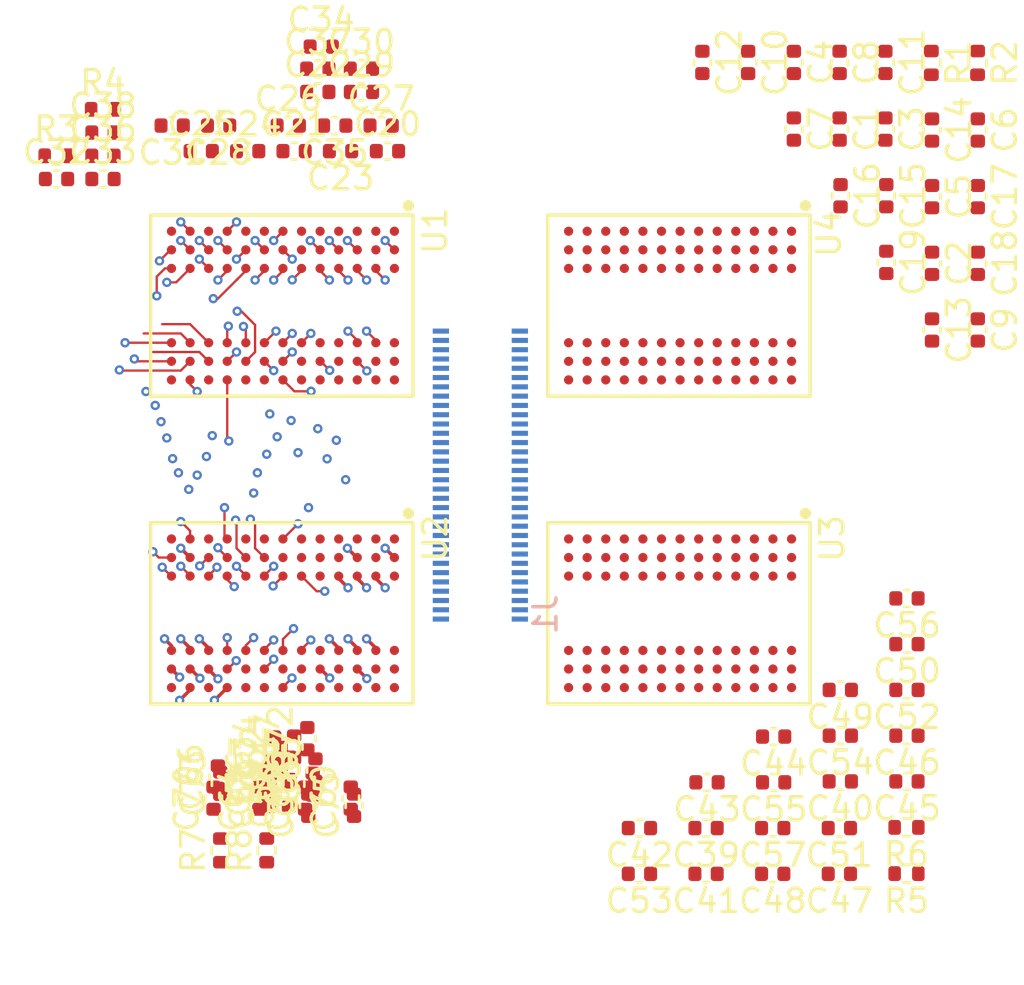
<source format=kicad_pcb>
(kicad_pcb (version 20211014) (generator pcbnew)
  (layers (0 "F.Cu" signal) (1 "In1.Cu" signal) (2 "In2.Cu" signal) (3 "In3.Cu" signal) (4 "In4.Cu" signal) (31 "B.Cu" signal) (34 "B.Paste" user) (35 "F.Paste" user) (36 "B.SilkS" user "B.Silkscreen") (37 "F.SilkS" user "F.Silkscreen") (38 "B.Mask" user) (39 "F.Mask" user) (44 "Edge.Cuts" user))
  (net 0 "")
  (net 1 "+1V35")
  (net 2 "GND")
  (net 3 "Net-(C1-Pad2)")
  (net 4 "Net-(C32-Pad2)")
  (net 78 "Net-(C51-Pad2)")
  (net 79 "Net-(C70-Pad2)")
  (net 80 "/~{RESET}")
  (net 81 "/ZQ")
  (net 82 "/~{WE}")
  (net 83 "/LDQS")
  (net 84 "/~{LDQS}")
  (net 85 "/~{CK}")
  (net 86 "/~{CAS}")
  (net 87 "/ODT_0")
  (net 88 "/CK")
  (net 89 "/~{RAS}")
  (net 90 "/~{DQS}")
  (net 91 "/DQS")
  (net 92 "/TDQS")
  (net 93 "/~{TDQS}")
  (net 104 "/ADR0")
  (net 105 "/ADR8")
  (net 106 "/ADR14")
  (net 107 "/ADR13")
  (net 108 "/ADR6")
  (net 109 "/ADR11")
  (net 110 "/ADR9")
  (net 111 "/ADR7")
  (net 112 "/ADR4")
  (net 113 "/ADR1")
  (net 114 "/ADR2")
  (net 115 "/ADR5")
  (net 116 "/ADR12")
  (net 117 "/ADR3")
  (net 118 "/ADR15")
  (net 119 "/ADR10")
  (net 120 "/BA1")
  (net 121 "/BA2")
  (net 122 "/BA0")
  (net 123 "/DQ5")
  (net 124 "/DQ7")
  (net 125 "/DQ4")
  (net 126 "/DQ6")
  (net 127 "/DQ3")
  (net 128 "/DQ1")
  (net 129 "/DQ2")
  (net 130 "/DQ0")
  (net 131 "/DQ8")
  (net 132 "/DQ10")
  (net 133 "/DQ9")
  (net 134 "/DQ11")
  (net 135 "/DQ14")
  (net 136 "/DQ12")
  (net 137 "/DQ15")
  (net 138 "/DQ13")
  (net 139 "/ddr3_c/DQ8")
  (net 140 "/ddr3_c/DQ10")
  (net 141 "/ddr3_c/DQ9")
  (net 142 "/ddr3_c/DQ11")
  (net 143 "/ddr3_c/DQ14")
  (net 144 "/ddr3_c/DQ12")
  (net 145 "/ddr3_c/DQ15")
  (net 146 "/ddr3_c/DQ13")
  (net 147 "/CKE_0")
  (net 148 "/~{CS_0}")
  (net 149 "/ddr3_b/DQ0")
  (net 150 "/ddr3_b/DQ2")
  (net 151 "/UDQS")
  (net 152 "/ddr3_b/DQ1")
  (net 153 "/ddr3_b/DQ3")
  (net 154 "/ddr3_b/DQ6")
  (net 155 "/~{UDQS}")
  (net 156 "/ddr3_b/DQ4")
  (net 157 "/ddr3_b/DQ7")
  (net 158 "/ddr3_b/DQ5")
  (net 159 "/ODT_1")
  (net 160 "/CKE_1")
  (net 161 "/~{CS_1}")
  (footprint "Capacitor_SMD:C_0402_1005Metric" (layer "F.Cu") (at 142.37 123.72 180)
    (fp_text reference "C46")
    (fp_text value "100nF")
  )
  (footprint "Capacitor_SMD:C_0402_1005Metric" (layer "F.Cu") (at 133.76 125.73 180)
    (fp_text reference "C43")
    (fp_text value "100nF")
  )
  (footprint "Capacitor_SMD:C_0402_1005Metric" (layer "F.Cu") (at 115.79 125.12 90)
    (fp_text reference "C71")
    (fp_text value "100nF")
  )
  (footprint "Capacitor_SMD:C_0402_1005Metric" (layer "F.Cu") (at 142.37 121.75 180)
    (fp_text reference "C52")
    (fp_text value "100nF")
  )
  (footprint "Capacitor_SMD:C_0402_1005Metric" (layer "F.Cu") (at 143.45 106.25 -90)
    (fp_text reference "C13")
    (fp_text value "100nF")
  )
  (footprint "Capacitor_SMD:C_0402_1005Metric" (layer "F.Cu") (at 133.56 94.73 -90)
    (fp_text reference "C12")
    (fp_text value "100nF")
  )
  (footprint "Capacitor_SMD:C_0402_1005Metric" (layer "F.Cu") (at 116.78 125.81 90)
    (fp_text reference "C68")
    (fp_text value "100nF")
  )
  (footprint "Capacitor_SMD:C_0402_1005Metric" (layer "F.Cu") (at 139.46 129.67 180)
    (fp_text reference "C47")
    (fp_text value "100nF")
  )
  (footprint "Capacitor_SMD:C_0402_1005Metric" (layer "F.Cu") (at 114.48 126.41 90)
    (fp_text reference "C64")
    (fp_text value "100nF")
  )
  (footprint "Capacitor_SMD:C_0402_1005Metric" (layer "F.Cu") (at 107.75 97.75)
    (fp_text reference "C38")
    (fp_text value "100nF")
  )
  (footprint "Capacitor_SMD:C_0402_1005Metric" (layer "F.Cu") (at 116.59 126.72 90)
    (fp_text reference "C59")
    (fp_text value "100nF")
  )
  (footprint "Capacitor_SMD:C_0402_1005Metric" (layer "F.Cu") (at 136.63 123.76 180)
    (fp_text reference "C44")
    (fp_text value "100nF")
  )
  (footprint "Capacitor_SMD:C_0402_1005Metric" (layer "F.Cu") (at 142.37 119.78 180)
    (fp_text reference "C50")
    (fp_text value "100nF")
  )
  (footprint "Capacitor_SMD:C_0402_1005Metric" (layer "F.Cu") (at 136.63 125.73 180)
    (fp_text reference "C55")
    (fp_text value "100nF")
  )
  (footprint "Capacitor_SMD:C_0402_1005Metric" (layer "F.Cu") (at 133.72 129.67 180)
    (fp_text reference "C41")
    (fp_text value "100nF")
  )
  (footprint "Capacitor_SMD:C_0402_1005Metric" (layer "F.Cu") (at 143.45 103.38 -90)
    (fp_text reference "C2")
    (fp_text value "100nF")
  )
  (footprint "Capacitor_SMD:C_0402_1005Metric" (layer "F.Cu") (at 139.51 100.47 -90)
    (fp_text reference "C16")
    (fp_text value "100nF")
  )
  (footprint "Capacitor_SMD:C_0402_1005Metric" (layer "F.Cu") (at 137.5 94.73 -90)
    (fp_text reference "C4")
    (fp_text value "100nF")
  )
  (footprint "Capacitor_SMD:C_0402_1005Metric" (layer "F.Cu") (at 130.85 127.7 180)
    (fp_text reference "C42")
    (fp_text value "100nF")
  )
  (footprint "Capacitor_SMD:C_0402_1005Metric" (layer "F.Cu") (at 142.37 117.81 180)
    (fp_text reference "C56")
    (fp_text value "100nF")
  )
  (footprint "Capacitor_SMD:C_0402_1005Metric" (layer "F.Cu") (at 114.77 125.77 90)
    (fp_text reference "C76")
    (fp_text value "100nF")
  )
  (footprint "Capacitor_SMD:C_0402_1005Metric" (layer "F.Cu") (at 115.98 98.55)
    (fp_text reference "C21")
    (fp_text value "100nF")
  )
  (footprint "Capacitor_SMD:C_0402_1005Metric" (layer "F.Cu") (at 117 96)
    (fp_text reference "C22")
    (fp_text value "100nF")
  )
  (footprint "Capacitor_SMD:C_0402_1005Metric" (layer "F.Cu") (at 118.42 126.41 90)
    (fp_text reference "C60")
    (fp_text value "100nF")
  )
  (footprint "Resistor_SMD:R_0402_1005Metric" (layer "F.Cu") (at 105.75 98.75)
    (fp_text reference "R3")
    (fp_text value "1k")
  )
  (footprint "Capacitor_SMD:C_0402_1005Metric" (layer "F.Cu") (at 139.5 125.69 180)
    (fp_text reference "C40")
    (fp_text value "100nF")
  )
  (footprint "Capacitor_SMD:C_0402_1005Metric" (layer "F.Cu") (at 145.42 103.38 -90)
    (fp_text reference "C18")
    (fp_text value "100nF")
  )
  (footprint "Capacitor_SMD:C_0402_1005Metric" (layer "F.Cu") (at 107.75 99.75)
    (fp_text reference "C33")
    (fp_text value "100nF")
  )
  (footprint "Capacitor_SMD:C_0402_1005Metric" (layer "F.Cu") (at 112.73 97.45 180)
    (fp_text reference "C28")
    (fp_text value "100nF")
  )
  (footprint "Capacitor_SMD:C_0402_1005Metric" (layer "F.Cu") (at 111.98 98.55)
    (fp_text reference "C25")
    (fp_text value "100nF")
  )
  (footprint "Capacitor_SMD:C_0402_1005Metric" (layer "F.Cu") (at 135.53 94.73 -90)
    (fp_text reference "C10")
    (fp_text value "100nF")
  )
  (footprint "Capacitor_SMD:C_0402_1005Metric" (layer "F.Cu") (at 115.4 124.7 90)
    (fp_text reference "C62")
    (fp_text value "100nF")
  )
  (footprint "Capacitor_SMD:C_0402_1005Metric" (layer "F.Cu") (at 136.59 127.7 180)
    (fp_text reference "C57")
    (fp_text value "100nF")
  )
  (footprint "Capacitor_SMD:C_0402_1005Metric" (layer "F.Cu") (at 116.45 126.41 90)
    (fp_text reference "C69")
    (fp_text value "100nF")
  )
  (footprint "Capacitor_SMD:C_0402_1005Metric" (layer "F.Cu") (at 117.15 94.05)
    (fp_text reference "C34")
    (fp_text value "100nF")
  )
  (footprint "Capacitor_SMD:C_0402_1005Metric" (layer "F.Cu") (at 141.48 103.34 -90)
    (fp_text reference "C19")
    (fp_text value "100nF")
  )
  (footprint "Resistor_SMD:R_0402_1005Metric" (layer "F.Cu") (at 145.41 94.75 -90)
    (fp_text reference "R2")
    (fp_text value "1k")
  )
  (footprint "Capacitor_SMD:C_0402_1005Metric" (layer "F.Cu") (at 112.51 126.41 90)
    (fp_text reference "C70")
    (fp_text value "100nF")
  )
  (footprint "Capacitor_SMD:C_0402_1005Metric" (layer "F.Cu") (at 141.48 100.47 -90)
    (fp_text reference "C15")
    (fp_text value "100nF")
  )
  (footprint "Capacitor_SMD:C_0402_1005Metric" (layer "F.Cu") (at 120 98.55)
    (fp_text reference "C20")
    (fp_text value "100nF")
  )
  (footprint "Capacitor_SMD:C_0402_1005Metric" (layer "F.Cu") (at 115.12 124.25 90)
    (fp_text reference "C74")
    (fp_text value "100nF")
  )
  (footprint "Capacitor_SMD:C_0402_1005Metric" (layer "F.Cu") (at 116.55 123.85 90)
    (fp_text reference "C72")
    (fp_text value "100nF")
  )
  (footprint "Capacitor_SMD:C_0402_1005Metric" (layer "F.Cu") (at 145.42 97.64 -90)
    (fp_text reference "C6")
    (fp_text value "100nF")
  )
  (footprint "Capacitor_SMD:C_0402_1005Metric" (layer "F.Cu") (at 110.73 97.45 180)
    (fp_text reference "C31")
    (fp_text value "100nF")
  )
  (footprint "Capacitor_SMD:C_0402_1005Metric" (layer "F.Cu") (at 115.76 126.29 90)
    (fp_text reference "C58")
    (fp_text value "100nF")
  )
  (footprint "Resistor_SMD:R_0402_1005Metric" (layer "F.Cu") (at 112.81 128.66 90)
    (fp_text reference "R7")
    (fp_text value "1k")
  )
  (footprint "Capacitor_SMD:C_0402_1005Metric" (layer "F.Cu") (at 117 95)
    (fp_text reference "C37")
    (fp_text value "100nF")
  )
  (footprint "Capacitor_SMD:C_0402_1005Metric" (layer "F.Cu") (at 115.73 97.45)
    (fp_text reference "C26")
    (fp_text value "100nF")
  )
  (footprint "Capacitor_SMD:C_0402_1005Metric" (layer "F.Cu") (at 105.75 99.75)
    (fp_text reference "C32")
    (fp_text value "100nF")
  )
  (footprint "Capacitor_SMD:C_0402_1005Metric" (layer "F.Cu") (at 118.88 96)
    (fp_text reference "C29")
    (fp_text value "100nF")
  )
  (footprint "Capacitor_SMD:C_0402_1005Metric" (layer "F.Cu") (at 139.47 94.73 -90)
    (fp_text reference "C8")
    (fp_text value "100nF")
  )
  (footprint "Capacitor_SMD:C_0402_1005Metric" (layer "F.Cu") (at 139.46 127.7 180)
    (fp_text reference "C51")
    (fp_text value "100nF")
  )
  (footprint "Capacitor_SMD:C_0402_1005Metric" (layer "F.Cu") (at 112.8 125.77 90)
    (fp_text reference "C73")
    (fp_text value "100nF")
  )
  (footprint "Capacitor_SMD:C_0402_1005Metric" (layer "F.Cu") (at 143.45 97.64 -90)
    (fp_text reference "C14")
    (fp_text value "100nF")
  )
  (footprint "Capacitor_SMD:C_0402_1005Metric" (layer "F.Cu") (at 133.72 127.7 180)
    (fp_text reference "C39")
    (fp_text value "100nF")
  )
  (footprint "Capacitor_SMD:C_0402_1005Metric" (layer "F.Cu") (at 141.44 97.6 -90)
    (fp_text reference "C3")
    (fp_text value "100nF")
  )
  (footprint "Capacitor_SMD:C_0402_1005Metric" (layer "F.Cu") (at 139.5 123.72 180)
    (fp_text reference "C54")
    (fp_text value "100nF")
  )
  (footprint "Capacitor_SMD:C_0402_1005Metric" (layer "F.Cu") (at 107.75 98.75)
    (fp_text reference "C36")
    (fp_text value "100nF")
  )
  (footprint "Capacitor_SMD:C_0402_1005Metric" (layer "F.Cu") (at 142.37 125.69 180)
    (fp_text reference "C45")
    (fp_text value "100nF")
  )
  (footprint "Capacitor_SMD:C_0402_1005Metric" (layer "F.Cu") (at 139.47 97.6 -90)
    (fp_text reference "C1")
    (fp_text value "100nF")
  )
  (footprint "Capacitor_SMD:C_0402_1005Metric" (layer "F.Cu") (at 145.42 100.51 -90)
    (fp_text reference "C17")
    (fp_text value "100nF")
  )
  (footprint "Capacitor_SMD:C_0402_1005Metric" (layer "F.Cu") (at 119.73 97.45)
    (fp_text reference "C27")
    (fp_text value "100nF")
  )
  (footprint "ddr3:DDR3-BGA-78-Tightest" (layer "F.Cu") (at 131.4 118.45 -90)
    (fp_text reference "U3")
    (fp_text value "DDR3-78" hide)
  )
  (footprint "Capacitor_SMD:C_0402_1005Metric" (layer "F.Cu") (at 117.98 98.55 180)
    (fp_text reference "C23")
    (fp_text value "100nF")
  )
  (footprint "Capacitor_SMD:C_0402_1005Metric" (layer "F.Cu") (at 113.98 98.55)
    (fp_text reference "C24")
    (fp_text value "100nF")
  )
  (footprint "ddr3:DDR3-BGA-78-Tightest" (layer "F.Cu") (at 114.3 105.2 -90)
    (fp_text reference "U1")
    (fp_text value "DDR3-78" hide)
  )
  (footprint "Capacitor_SMD:C_0402_1005Metric" (layer "F.Cu") (at 137.5 97.6 -90)
    (fp_text reference "C7")
    (fp_text value "100nF")
  )
  (footprint "Capacitor_SMD:C_0402_1005Metric" (layer "F.Cu") (at 114.93 125.16 90)
    (fp_text reference "C63")
    (fp_text value "100nF")
  )
  (footprint "Capacitor_SMD:C_0402_1005Metric" (layer "F.Cu") (at 139.5 121.75 180)
    (fp_text reference "C49")
    (fp_text value "100nF")
  )
  (footprint "Capacitor_SMD:C_0402_1005Metric" (layer "F.Cu") (at 145.42 106.25 -90)
    (fp_text reference "C9")
    (fp_text value "100nF")
  )
  (footprint "Capacitor_SMD:C_0402_1005Metric" (layer "F.Cu") (at 118.56 126.72 90)
    (fp_text reference "C75")
    (fp_text value "100nF")
  )
  (footprint "Capacitor_SMD:C_0402_1005Metric" (layer "F.Cu") (at 143.45 100.51 -90)
    (fp_text reference "C5")
    (fp_text value "100nF")
  )
  (footprint "Capacitor_SMD:C_0402_1005Metric" (layer "F.Cu") (at 112.7 125.5 90)
    (fp_text reference "C66")
    (fp_text value "100nF")
  )
  (footprint "Capacitor_SMD:C_0402_1005Metric" (layer "F.Cu") (at 117.73 97.45 180)
    (fp_text reference "C35")
    (fp_text value "100nF")
  )
  (footprint "Resistor_SMD:R_0402_1005Metric" (layer "F.Cu") (at 114.8 128.66 90)
    (fp_text reference "R8")
    (fp_text value "1k")
  )
  (footprint "Capacitor_SMD:C_0402_1005Metric" (layer "F.Cu") (at 115.98 124.21 90)
    (fp_text reference "C67")
    (fp_text value "100nF")
  )
  (footprint "Resistor_SMD:R_0402_1005Metric" (layer "F.Cu") (at 143.42 94.75 -90)
    (fp_text reference "R1")
    (fp_text value "1k")
  )
  (footprint "Resistor_SMD:R_0402_1005Metric" (layer "F.Cu") (at 142.35 127.67 180)
    (fp_text reference "R6")
    (fp_text value "1k")
  )
  (footprint "Resistor_SMD:R_0402_1005Metric" (layer "F.Cu") (at 107.75 96.75)
    (fp_text reference "R4")
    (fp_text value "1k")
  )
  (footprint "Capacitor_SMD:C_0402_1005Metric" (layer "F.Cu") (at 118.88 95)
    (fp_text reference "C30")
    (fp_text value "100nF")
  )
  (footprint "Capacitor_SMD:C_0402_1005Metric" (layer "F.Cu") (at 116.9 125.2 90)
    (fp_text reference "C65")
    (fp_text value "100nF")
  )
  (footprint "Capacitor_SMD:C_0402_1005Metric" (layer "F.Cu") (at 114.9 126.3 90)
    (fp_text reference "C61")
    (fp_text value "100nF")
  )
  (footprint "ddr3:DDR3-BGA-78-Tightest" (layer "F.Cu") (at 114.3 118.45 -90)
    (fp_text reference "U2")
    (fp_text value "DDR3-78" hide)
  )
  (footprint "Capacitor_SMD:C_0402_1005Metric" (layer "F.Cu") (at 130.85 129.67 180)
    (fp_text reference "C53")
    (fp_text value "100nF")
  )
  (footprint "Capacitor_SMD:C_0402_1005Metric" (layer "F.Cu") (at 141.44 94.73 -90)
    (fp_text reference "C11")
    (fp_text value "100nF")
  )
  (footprint "Capacitor_SMD:C_0402_1005Metric" (layer "F.Cu") (at 136.59 129.67 180)
    (fp_text reference "C48")
    (fp_text value "100nF")
  )
  (footprint "Resistor_SMD:R_0402_1005Metric" (layer "F.Cu") (at 142.35 129.66 180)
    (fp_text reference "R5")
    (fp_text value "1k")
  )
  (footprint "ddr3:DDR3-BGA-78-Tightest" (layer "F.Cu") (at 131.4 105.2 -90)
    (fp_text reference "U4")
    (fp_text value "DDR3-78" hide)
  )
  (footprint "Molex:0513386473" (layer "B.Cu") (at 124 112.5 -90)
    (fp_text reference "J1")
    (fp_text value "0513386473")
  )
  (segment (start 111.5 121.65) (end 111.5 121.75) (width 0.15) (layer "F.Cu") (net 1))
  (segment (start 111.5 121.75) (end 111.05 122.2) (width 0.15) (layer "F.Cu") (net 1))
  (segment (start 111.5 115.25) (end 111.5 114.9) (width 0.1) (layer "F.Cu") (net 1))
  (segment (start 113.1 121.65) (end 112.55 122.2) (width 0.15) (layer "F.Cu") (net 1))
  (segment (start 120.3 102.8) (end 119.9 102.4) (width 0.1) (layer "F.Cu") (net 1))
  (segment (start 117.1 102.8) (end 117.076402 102.8) (width 0.1) (layer "F.Cu") (net 1))
  (segment (start 115.5 107.6) (end 115.9 107.2) (width 0.1) (layer "F.Cu") (net 1))
  (segment (start 113.1 108.4) (end 113.1 110.96498) (width 0.1) (layer "F.Cu") (net 1))
  (segment (start 117.1 116.05) (end 117.076402 116.05) (width 0.15) (layer "F.Cu") (net 1))
  (segment (start 120.3 116.05) (end 119.9 115.65) (width 0.15) (layer "F.Cu") (net 1))
  (segment (start 111.5 102) (end 111.1 101.6) (width 0.1) (layer "F.Cu") (net 1))
  (segment (start 117.9 119.95) (end 117.5 119.55) (width 0.15) (layer "F.Cu") (net 1))
  (segment (start 115.5 102.8) (end 115.9 103.2) (width 0.1) (layer "F.Cu") (net 1))
  (segment (start 117.9 120.05) (end 117.9 119.95) (width 0.15) (layer "F.Cu") (net 1))
  (segment (start 113.1 115.25) (end 112.982674 115.132674) (width 0.1) (layer "F.Cu") (net 1))
  (segment (start 112.982674 115.132674) (end 112.982674 113.900752) (width 0.1) (layer "F.Cu") (net 1))
  (segment (start 111.5 114.9) (end 111.1 114.5) (width 0.1) (layer "F.Cu") (net 1))
  (segment (start 111.5 108.4) (end 111.5 108.593318) (width 0.1) (layer "F.Cu") (net 1))
  (segment (start 117.076402 102.8) (end 116.676402 102.4) (width 0.1) (layer "F.Cu") (net 1))
  (segment (start 113.1 102) (end 113.5 101.6) (width 0.1) (layer "F.Cu") (net 1))
  (segment (start 111.5 108.593318) (end 111.806682 108.9) (width 0.1) (layer "F.Cu") (net 1))
  (segment (start 113.1 110.96498) (end 113.16751 111.03249) (width 0.1) (layer "F.Cu") (net 1))
  (via (at 113.5 101.6) (size 0.4) (drill 0.2) (layers "F.Cu" "B.Cu") (net 1))
  (via (at 119.9 102.4) (size 0.4) (drill 0.2) (layers "F.Cu" "B.Cu") (net 1))
  (via (at 119.9 115.65) (size 0.4) (drill 0.2) (layers "F.Cu" "B.Cu") (net 1))
  (via (at 115.9 107.2) (size 0.4) (drill 0.2) (layers "F.Cu" "B.Cu") (net 1))
  (via (at 115.9 103.2) (size 0.4) (drill 0.2) (layers "F.Cu" "B.Cu") (net 1))
  (via (at 111.806682 108.9) (size 0.4) (drill 0.2) (layers "F.Cu" "B.Cu") (net 1))
  (via (at 113.16751 111.03249) (size 0.4) (drill 0.2) (layers "F.Cu" "B.Cu") (net 1))
  (via (at 112.55 122.2) (size 0.4) (drill 0.2) (layers "F.Cu" "B.Cu") (net 1))
  (via (at 111.1 114.5) (size 0.4) (drill 0.2) (layers "F.Cu" "B.Cu") (net 1))
  (via (at 111.05 122.2) (size 0.4) (drill 0.2) (layers "F.Cu" "B.Cu") (net 1))
  (via (at 111.1 101.6) (size 0.4) (drill 0.2) (layers "F.Cu" "B.Cu") (net 1))
  (via (at 117.5 119.55) (size 0.4) (drill 0.2) (layers "F.Cu" "B.Cu") (net 1))
  (via (at 112.982674 113.900752) (size 0.4) (drill 0.2) (layers "F.Cu" "B.Cu") (net 1))
  (via (at 116.676402 102.4) (size 0.4) (drill 0.2) (layers "F.Cu" "B.Cu") (net 1))
  (segment (start 113.708805 105.44381) (end 113.530286 105.44381) (width 0.1) (layer "F.Cu") (net 3))
  (segment (start 114.299261 106.034266) (end 113.708805 105.44381) (width 0.1) (layer "F.Cu") (net 3))
  (segment (start 113.9 107.6) (end 114.299261 107.200739) (width 0.1) (layer "F.Cu") (net 3))
  (segment (start 114.299261 107.200739) (end 114.299261 106.034266) (width 0.1) (layer "F.Cu") (net 3))
  (via (at 113.530286 105.44381) (size 0.4) (drill 0.2) (layers "F.Cu" "B.Cu") (net 3))
  (segment (start 110.151489 116.05) (end 109.901489 115.8) (width 0.1) (layer "F.Cu") (net 80))
  (segment (start 110.7 102.8) (end 110.659576 102.8) (width 0.1) (layer "F.Cu") (net 80))
  (segment (start 110.7 116.05) (end 110.151489 116.05) (width 0.1) (layer "F.Cu") (net 80))
  (segment (start 110.659576 102.8) (end 110.18301 103.276566) (width 0.1) (layer "F.Cu") (net 80))
  (via (at 109.901489 115.8) (size 0.4) (drill 0.2) (layers "F.Cu" "B.Cu") (net 80))
  (via (at 109.6 108.9) (size 0.4) (drill 0.2) (layers "F.Cu" "B.Cu") (net 80))
  (via (at 110.18301 103.276566) (size 0.4) (drill 0.2) (layers "F.Cu" "B.Cu") (net 80))
  (segment (start 115.1 120.426402) (end 115.1 120.45) (width 0.1) (layer "F.Cu") (net 81))
  (segment (start 115.1 120.45) (end 114.7 120.85) (width 0.1) (layer "F.Cu") (net 81))
  (segment (start 114.7 107.6) (end 115.1 108) (width 0.1) (layer "F.Cu") (net 81))
  (segment (start 114.7 120.85) (end 114.676401 120.85) (width 0.1) (layer "F.Cu") (net 81))
  (via (at 115.85 110.15) (size 0.4) (drill 0.2) (layers "F.Cu" "B.Cu") (net 81))
  (via (at 115.1 108) (size 0.4) (drill 0.2) (layers "F.Cu" "B.Cu") (net 81))
  (via (at 115.1 120.426402) (size 0.4) (drill 0.2) (layers "F.Cu" "B.Cu") (net 81))
  (segment (start 114.7 116.826402) (end 115.1 116.426402) (width 0.1) (layer "F.Cu") (net 82))
  (segment (start 114.7 103.6) (end 114.7 103.7) (width 0.1) (layer "F.Cu") (net 82))
  (segment (start 114.7 116.85) (end 114.7 116.95) (width 0.15) (layer "F.Cu") (net 82))
  (segment (start 114.7 103.7) (end 114.3 104.1) (width 0.1) (layer "F.Cu") (net 82))
  (segment (start 114.7 116.85) (end 114.7 116.826402) (width 0.1) (layer "F.Cu") (net 82))
  (via (at 115.249991 110.850009) (size 0.4) (drill 0.2) (layers "F.Cu" "B.Cu") (net 82))
  (via (at 114.3 104.1) (size 0.4) (drill 0.2) (layers "F.Cu" "B.Cu") (net 82))
  (via (at 115.1 116.426402) (size 0.4) (drill 0.2) (layers "F.Cu" "B.Cu") (net 82))
  (segment (start 118.7 103.7) (end 119.1 104.1) (width 0.1) (layer "F.Cu") (net 83))
  (segment (start 118.7 103.6) (end 118.7 103.7) (width 0.1) (layer "F.Cu") (net 83))
  (via (at 119.1 104.1) (size 0.4) (drill 0.2) (layers "F.Cu" "B.Cu") (net 83))
  (segment (start 117.9 103.6) (end 117.9 103.7) (width 0.1) (layer "F.Cu") (net 84))
  (segment (start 117.9 103.7) (end 118.3 104.1) (width 0.1) (layer "F.Cu") (net 84))
  (via (at 118.3 104.1) (size 0.4) (drill 0.2) (layers "F.Cu" "B.Cu") (net 84))
  (segment (start 115.5 120.05) (end 115.5 119.56498) (width 0.1) (layer "F.Cu") (net 85))
  (segment (start 115.5 106.8) (end 115.9 106.4) (width 0.1) (layer "F.Cu") (net 85))
  (segment (start 115.5 119.56498) (end 115.954614 119.110366) (width 0.1) (layer "F.Cu") (net 85))
  (segment (start 115.5 120.05) (end 115.5 120) (width 0.1) (layer "F.Cu") (net 85))
  (via (at 116.9995 110.5) (size 0.4) (drill 0.2) (layers "F.Cu" "B.Cu") (net 85))
  (via (at 115.9 106.4) (size 0.4) (drill 0.2) (layers "F.Cu" "B.Cu") (net 85))
  (via (at 115.954614 119.110366) (size 0.4) (drill 0.2) (layers "F.Cu" "B.Cu") (net 85))
  (segment (start 115.5 116.85) (end 115.075 117.275) (width 0.1) (layer "F.Cu") (net 86))
  (segment (start 115.5 116.85) (end 115.5 116.95) (width 0.15) (layer "F.Cu") (net 86))
  (segment (start 115.5 103.7) (end 115.1 104.1) (width 0.1) (layer "F.Cu") (net 86))
  (segment (start 115.5 103.6) (end 115.5 103.7) (width 0.1) (layer "F.Cu") (net 86))
  (via (at 115.1 104.1) (size 0.4) (drill 0.2) (layers "F.Cu" "B.Cu") (net 86))
  (via (at 115.075 117.275) (size 0.4) (drill 0.2) (layers "F.Cu" "B.Cu") (net 86))
  (via (at 114.93249 109.86751) (size 0.4) (drill 0.2) (layers "F.Cu" "B.Cu") (net 86))
  (segment (start 115.5 115.25) (end 115.5 115.248531) (width 0.1) (layer "F.Cu") (net 87))
  (segment (start 115.5 115.248531) (end 116.148531 114.6) (width 0.1) (layer "F.Cu") (net 87))
  (segment (start 115.5 102) (end 115.1 102.4) (width 0.1) (layer "F.Cu") (net 87))
  (via (at 116.148531 114.6) (size 0.4) (drill 0.2) (layers "F.Cu" "B.Cu") (net 87))
  (via (at 116.148531 111.53249) (size 0.4) (drill 0.2) (layers "F.Cu" "B.Cu") (net 87))
  (via (at 115.1 102.4) (size 0.4) (drill 0.2) (layers "F.Cu" "B.Cu") (net 87))
  (segment (start 116.3 120) (end 116.7 119.6) (width 0.1) (layer "F.Cu") (net 88))
  (segment (start 116.3 106.8) (end 116.7 106.4) (width 0.1) (layer "F.Cu") (net 88))
  (segment (start 116.3 120.05) (end 116.3 120) (width 0.1) (layer "F.Cu") (net 88))
  (segment (start 116.3 120.05) (end 116.3 119.95) (width 0.15) (layer "F.Cu") (net 88))
  (via (at 116.7 106.4) (size 0.4) (drill 0.2) (layers "F.Cu" "B.Cu") (net 88))
  (via (at 116.7 119.6) (size 0.4) (drill 0.2) (layers "F.Cu" "B.Cu") (net 88))
  (via (at 117.7995 111) (size 0.4) (drill 0.2) (layers "F.Cu" "B.Cu") (net 88))
  (segment (start 116.3 103.6) (end 116.3 103.692594) (width 0.1) (layer "F.Cu") (net 89))
  (segment (start 116.3 116.85) (end 116.95 117.5) (width 0.1) (layer "F.Cu") (net 89))
  (segment (start 116.3 103.6) (end 116.3 103.7) (width 0.1) (layer "F.Cu") (net 89))
  (segment (start 116.3 103.692594) (end 115.899011 104.093583) (width 0.1) (layer "F.Cu") (net 89))
  (segment (start 116.95 117.5) (end 117.2995 117.5) (width 0.1) (layer "F.Cu") (net 89))
  (segment (start 116.3 116.85) (end 116.3 116.95) (width 0.15) (layer "F.Cu") (net 89))
  (via (at 115.899011 104.093583) (size 0.4) (drill 0.2) (layers "F.Cu" "B.Cu") (net 89))
  (via (at 118.199011 112.7) (size 0.4) (drill 0.2) (layers "F.Cu" "B.Cu") (net 89))
  (via (at 117.2995 117.5) (size 0.4) (drill 0.2) (layers "F.Cu" "B.Cu") (net 89))
  (segment (start 119.5 106.7) (end 119.1 106.3) (width 0.1) (layer "F.Cu") (net 92))
  (segment (start 119.5 119.95) (end 119.1 119.55) (width 0.15) (layer "F.Cu") (net 92))
  (segment (start 119.5 106.8) (end 119.5 106.7) (width 0.1) (layer "F.Cu") (net 92))
  (segment (start 119.5 120.05) (end 119.5 119.95) (width 0.15) (layer "F.Cu") (net 92))
  (via (at 119.1 119.55) (size 0.4) (drill 0.2) (layers "F.Cu" "B.Cu") (net 92))
  (via (at 119.1 106.3) (size 0.4) (drill 0.2) (layers "F.Cu" "B.Cu") (net 92))
  (segment (start 120.3 106.8) (end 120.4 106.8) (width 0.09) (layer "F.Cu") (net 93))
  (segment (start 120.3 120.05) (end 120.4 120.05) (width 0.15) (layer "F.Cu") (net 93))
  (segment (start 113.1 116.85) (end 113.1 116.95) (width 0.15) (layer "F.Cu") (net 104))
  (segment (start 113.1 117) (end 113.4 117.3) (width 0.1) (layer "F.Cu") (net 104))
  (segment (start 113.1 103.7) (end 112.7 104.1) (width 0.1) (layer "F.Cu") (net 104))
  (segment (start 113.1 103.6) (end 113.1 103.7) (width 0.1) (layer "F.Cu") (net 104))
  (segment (start 113.1 116.85) (end 113.1 117) (width 0.1) (layer "F.Cu") (net 104))
  (via (at 113.4 117.3) (size 0.4) (drill 0.2) (layers "F.Cu" "B.Cu") (net 104))
  (via (at 111.806682 112.5) (size 0.4) (drill 0.2) (layers "F.Cu" "B.Cu") (net 104))
  (via (at 112.7 104.1) (size 0.4) (drill 0.2) (layers "F.Cu" "B.Cu") (net 104))
  (segment (start 109.2 107.6) (end 109.1 107.5) (width 0.1) (layer "F.Cu") (net 105))
  (segment (start 110.7 120.85) (end 111.05 121.2) (width 0.15) (layer "F.Cu") (net 105))
  (segment (start 110.7 107.6) (end 109.2 107.6) (width 0.1) (layer "F.Cu") (net 105))
  (via (at 111.05 121.2) (size 0.4) (drill 0.2) (layers "F.Cu" "B.Cu") (net 105))
  (via (at 109.1 107.5) (size 0.4) (drill 0.2) (layers "F.Cu" "B.Cu") (net 105))
  (segment (start 110.7 106.8) (end 108.7 106.8) (width 0.1) (layer "F.Cu") (net 106))
  (segment (start 110.7 120.05) (end 110.7 119.85) (width 0.15) (layer "F.Cu") (net 106))
  (segment (start 110.7 119.85) (end 110.4 119.55) (width 0.15) (layer "F.Cu") (net 106))
  (via (at 110.4 119.55) (size 0.4) (drill 0.2) (layers "F.Cu" "B.Cu") (net 106))
  (via (at 108.7 106.8) (size 0.4) (drill 0.2) (layers "F.Cu" "B.Cu") (net 106))
  (segment (start 110.7 103.6) (end 110.417511 103.6) (width 0.1) (layer "F.Cu") (net 107))
  (segment (start 110.064978 103.952533) (end 110.064978 104.782016) (width 0.1) (layer "F.Cu") (net 107))
  (segment (start 110.683966 116.85) (end 110.300989 116.467023) (width 0.1) (layer "F.Cu") (net 107))
  (segment (start 110.417511 103.6) (end 110.064978 103.952533) (width 0.1) (layer "F.Cu") (net 107))
  (segment (start 110.7 116.85) (end 110.683966 116.85) (width 0.1) (layer "F.Cu") (net 107))
  (via (at 110.064978 104.782016) (size 0.4) (drill 0.2) (layers "F.Cu" "B.Cu") (net 107))
  (via (at 110.300989 116.467023) (size 0.4) (drill 0.2) (layers "F.Cu" "B.Cu") (net 107))
  (via (at 110.00013 109.5) (size 0.4) (drill 0.2) (layers "F.Cu" "B.Cu") (net 107))
  (segment (start 111.100739 107.999261) (end 108.480456 107.999261) (width 0.1) (layer "F.Cu") (net 108))
  (segment (start 111.5 107.6) (end 111.100739 107.999261) (width 0.1) (layer "F.Cu") (net 108))
  (segment (start 111.5 120.85) (end 111.523598 120.85) (width 0.15) (layer "F.Cu") (net 108))
  (segment (start 108.480456 107.999261) (end 108.454661 107.973466) (width 0.1) (layer "F.Cu") (net 108))
  (segment (start 111.523598 120.85) (end 111.923598 121.25) (width 0.15) (layer "F.Cu") (net 108))
  (via (at 111.923598 121.25) (size 0.4) (drill 0.2) (layers "F.Cu" "B.Cu") (net 108))
  (via (at 108.454661 107.973466) (size 0.4) (drill 0.2) (layers "F.Cu" "B.Cu") (net 108))
  (segment (start 111.5 106.8) (end 111.1005 106.4005) (width 0.1) (layer "F.Cu") (net 109))
  (segment (start 111.5 119.95) (end 111.1 119.55) (width 0.15) (layer "F.Cu") (net 109))
  (segment (start 111.5 120.05) (end 111.5 119.95) (width 0.15) (layer "F.Cu") (net 109))
  (segment (start 111.1005 106.4005) (end 109.5 106.4005) (width 0.1) (layer "F.Cu") (net 109))
  (via (at 111.1 119.55) (size 0.4) (drill 0.2) (layers "F.Cu" "B.Cu") (net 109))
  (segment (start 110.9 104.2) (end 110.50146 104.2) (width 0.1) (layer "F.Cu") (net 110))
  (segment (start 110.50146 104.2) (end 110.5 104.2) (width 0.1) (layer "F.Cu") (net 110))
  (segment (start 111.5 116.826402) (end 111.1 116.426402) (width 0.1) (layer "F.Cu") (net 110))
  (segment (start 111.5 116.85) (end 111.5 116.826402) (width 0.1) (layer "F.Cu") (net 110))
  (segment (start 111.5 103.6) (end 110.9 104.2) (width 0.1) (layer "F.Cu") (net 110))
  (via (at 110.5 104.2) (size 0.4) (drill 0.2) (layers "F.Cu" "B.Cu") (net 110))
  (via (at 111.1 116.426402) (size 0.4) (drill 0.2) (layers "F.Cu" "B.Cu") (net 110))
  (via (at 110.24902 110.2) (size 0.4) (drill 0.2) (layers "F.Cu" "B.Cu") (net 110))
  (segment (start 111.5 116.05) (end 111.1 115.65) (width 0.15) (layer "F.Cu") (net 111))
  (segment (start 111.5 102.8) (end 111.1 102.4) (width 0.1) (layer "F.Cu") (net 111))
  (via (at 110.49854 110.9) (size 0.4) (drill 0.2) (layers "F.Cu" "B.Cu") (net 111))
  (via (at 111.1 115.65) (size 0.4) (drill 0.2) (layers "F.Cu" "B.Cu") (net 111))
  (via (at 111.1 102.4) (size 0.4) (drill 0.2) (layers "F.Cu" "B.Cu") (net 111))
  (segment (start 112.3 120.873598) (end 112.7 121.273598) (width 0.15) (layer "F.Cu") (net 112))
  (segment (start 112.3 120.85) (end 112.3 120.873598) (width 0.15) (layer "F.Cu") (net 112))
  (segment (start 112.3 107.6) (end 112.268954 107.6) (width 0.1) (layer "F.Cu") (net 112))
  (segment (start 112.3 107.6) (end 112.3 107.623598) (width 0.1) (layer "F.Cu") (net 112))
  (segment (start 112.3 107.6) (end 111.9 107.2) (width 0.1) (layer "F.Cu") (net 112))
  (segment (start 111.9 107.2) (end 109.8 107.2) (width 0.1) (layer "F.Cu") (net 112))
  (via (at 112.7 121.273598) (size 0.4) (drill 0.2) (layers "F.Cu" "B.Cu") (net 112))
  (segment (start 112.3 120.05) (end 112.3 119.95) (width 0.15) (layer "F.Cu") (net 113))
  (segment (start 111.501 106.001) (end 110.3 106.001) (width 0.1) (layer "F.Cu") (net 113))
  (segment (start 112.3 106.8) (end 111.501 106.001) (width 0.1) (layer "F.Cu") (net 113))
  (segment (start 112.3 119.95) (end 111.9 119.55) (width 0.15) (layer "F.Cu") (net 113))
  (via (at 111.9 119.55) (size 0.4) (drill 0.2) (layers "F.Cu" "B.Cu") (net 113))
  (segment (start 112.3 116.824472) (end 112.657449 116.467023) (width 0.1) (layer "F.Cu") (net 114))
  (segment (start 112.3 103.6) (end 111.9 103.2) (width 0.1) (layer "F.Cu") (net 114))
  (segment (start 112.3 116.85) (end 112.3 116.824472) (width 0.1) (layer "F.Cu") (net 114))
  (segment (start 112.3 103.6) (end 112.3 103.7) (width 0.1) (layer "F.Cu") (net 114))
  (via (at 111 112.4) (size 0.4) (drill 0.2) (layers "F.Cu" "B.Cu") (net 114))
  (via (at 112.657449 116.467023) (size 0.4) (drill 0.2) (layers "F.Cu" "B.Cu") (net 114))
  (via (at 111.9 103.2) (size 0.4) (drill 0.2) (layers "F.Cu" "B.Cu") (net 114))
  (segment (start 112.3 102.8) (end 111.9 102.4) (width 0.1) (layer "F.Cu") (net 115))
  (segment (start 112.275039 116.05) (end 111.913354 116.411685) (width 0.1) (layer "F.Cu") (net 115))
  (segment (start 112.3 116.05) (end 112.275039 116.05) (width 0.1) (layer "F.Cu") (net 115))
  (via (at 110.74806 111.791646) (size 0.4) (drill 0.2) (layers "F.Cu" "B.Cu") (net 115))
  (via (at 111.9 102.4) (size 0.4) (drill 0.2) (layers "F.Cu" "B.Cu") (net 115))
  (via (at 111.913354 116.411685) (size 0.4) (drill 0.2) (layers "F.Cu" "B.Cu") (net 115))
  (segment (start 113.1 106.8) (end 113.1 106.13529) (width 0.1) (layer "F.Cu") (net 116))
  (segment (start 113.1 106.13529) (end 113.14902 106.08627) (width 0.1) (layer "F.Cu") (net 116))
  (segment (start 113.1 120.05) (end 113.1 119.5) (width 0.1) (layer "F.Cu") (net 116))
  (segment (start 113.1 120.05) (end 113.1 119.925483) (width 0.1) (layer "F.Cu") (net 116))
  (via (at 114.23789 113.272911) (size 0.4) (drill 0.2) (layers "F.Cu" "B.Cu") (net 116))
  (via (at 113.1 119.5) (size 0.4) (drill 0.2) (layers "F.Cu" "B.Cu") (net 116))
  (via (at 113.14902 106.08627) (size 0.4) (drill 0.2) (layers "F.Cu" "B.Cu") (net 116))
  (segment (start 113.1 102.8) (end 112.7 102.4) (width 0.1) (layer "F.Cu") (net 117))
  (segment (start 112.7 115.65) (end 113.1 116.05) (width 0.1) (layer "F.Cu") (net 117))
  (segment (start 112.7 115.626402) (end 112.7 115.65) (width 0.1) (layer "F.Cu") (net 117))
  (via (at 112.7 115.626402) (size 0.4) (drill 0.2) (layers "F.Cu" "B.Cu") (net 117))
  (via (at 112.7 102.4) (size 0.4) (drill 0.2) (layers "F.Cu" "B.Cu") (net 117))
  (via (at 111.443739 113.114838) (size 0.4) (drill 0.2) (layers "F.Cu" "B.Cu") (net 117))
  (segment (start 113.9 119.837299) (end 114.237299 119.5) (width 0.1) (layer "F.Cu") (net 118))
  (segment (start 113.9 106.2) (end 113.8 106.1) (width 0.1) (layer "F.Cu") (net 118))
  (segment (start 113.9 106.8) (end 113.9 106.7) (width 0.1) (layer "F.Cu") (net 118))
  (segment (start 113.9 106.8) (end 113.9 106.2) (width 0.1) (layer "F.Cu") (net 118))
  (segment (start 113.9 120.05) (end 113.9 120) (width 0.1) (layer "F.Cu") (net 118))
  (segment (start 113.9 120.05) (end 113.9 119.837299) (width 0.1) (layer "F.Cu") (net 118))
  (via (at 114.237299 119.5) (size 0.4) (drill 0.2) (layers "F.Cu" "B.Cu") (net 118))
  (via (at 113.8 106.1) (size 0.4) (drill 0.2) (layers "F.Cu" "B.Cu") (net 118))
  (via (at 114.8 111.6) (size 0.4) (drill 0.2) (layers "F.Cu" "B.Cu") (net 118))
  (segment (start 114.7 106.8) (end 114.7 106.79854) (width 0.1) (layer "F.Cu") (net 119))
  (segment (start 114.7 106.8) (end 114.7 106.7) (width 0.1) (layer "F.Cu") (net 119))
  (segment (start 114.7 106.79854) (end 115.19854 106.3) (width 0.1) (layer "F.Cu") (net 119))
  (segment (start 114.7 120.05) (end 114.7 120) (width 0.1) (layer "F.Cu") (net 119))
  (segment (start 114.7 120) (end 115.1 119.6) (width 0.1) (layer "F.Cu") (net 119))
  (segment (start 114.7 106.8) (end 114.859522 106.8) (width 0.1) (layer "F.Cu") (net 119))
  (via (at 116.6 113.9) (size 0.4) (drill 0.2) (layers "F.Cu" "B.Cu") (net 119))
  (via (at 115.1 119.6) (size 0.4) (drill 0.2) (layers "F.Cu" "B.Cu") (net 119))
  (via (at 115.19854 106.3) (size 0.4) (drill 0.2) (layers "F.Cu" "B.Cu") (net 119))
  (segment (start 113.1 107.6) (end 113.5 107.2) (width 0.1) (layer "F.Cu") (net 120))
  (segment (start 113.124961 120.85) (end 113.486646 120.488315) (width 0.1) (layer "F.Cu") (net 120))
  (segment (start 113.1 120.85) (end 113.124961 120.85) (width 0.1) (layer "F.Cu") (net 120))
  (segment (start 113.1 107.6) (end 113.12324 107.6) (width 0.1) (layer "F.Cu") (net 120))
  (via (at 113.486646 120.488315) (size 0.4) (drill 0.2) (layers "F.Cu" "B.Cu") (net 120))
  (via (at 114.4 112.4) (size 0.4) (drill 0.2) (layers "F.Cu" "B.Cu") (net 120))
  (via (at 113.5 107.2) (size 0.4) (drill 0.2) (layers "F.Cu" "B.Cu") (net 120))
  (segment (start 113.9 103.7) (end 113.55 104.05) (width 0.1) (layer "F.Cu") (net 121))
  (segment (start 113.9 103.6) (end 113.9 103.7) (width 0.1) (layer "F.Cu") (net 121))
  (segment (start 113.9 116.826402) (end 113.5 116.426402) (width 0.1) (layer "F.Cu") (net 121))
  (segment (start 113.55 104.05) (end 113.5 104.1) (width 0.1) (layer "F.Cu") (net 121))
  (segment (start 112.7 104.9) (end 112.5 104.9) (width 0.1) (layer "F.Cu") (net 121))
  (segment (start 113.9 116.85) (end 113.9 116.826402) (width 0.1) (layer "F.Cu") (net 121))
  (segment (start 113.55 104.05) (end 112.7 104.9) (width 0.1) (layer "F.Cu") (net 121))
  (via (at 113.5 116.426402) (size 0.4) (drill 0.2) (layers "F.Cu" "B.Cu") (net 121))
  (via (at 112.206182 111.7) (size 0.4) (drill 0.2) (layers "F.Cu" "B.Cu") (net 121))
  (via (at 112.5 104.9) (size 0.4) (drill 0.2) (layers "F.Cu" "B.Cu") (net 121))
  (segment (start 113.9 116.05) (end 113.500739 115.650739) (width 0.1) (layer "F.Cu") (net 122))
  (segment (start 113.9 102.8) (end 113.5 103.2) (width 0.1) (layer "F.Cu") (net 122))
  (segment (start 113.500739 114.482885) (end 113.458927 114.441073) (width 0.1) (layer "F.Cu") (net 122))
  (segment (start 113.500739 115.650739) (end 113.500739 114.482885) (width 0.1) (layer "F.Cu") (net 122))
  (via (at 113.458927 114.441073) (size 0.4) (drill 0.2) (layers "F.Cu" "B.Cu") (net 122))
  (via (at 113.5 103.2) (size 0.4) (drill 0.2) (layers "F.Cu" "B.Cu") (net 122))
  (via (at 112.455702 110.8) (size 0.4) (drill 0.2) (layers "F.Cu" "B.Cu") (net 122))
  (segment (start 117.12324 107.6) (end 117.51162 107.98838) (width 0.1) (layer "F.Cu") (net 123))
  (via (at 117.51162 107.98838) (size 0.4) (drill 0.2) (layers "F.Cu" "B.Cu") (net 123))
  (segment (start 117.1 103.7) (end 117.5 104.1) (width 0.1) (layer "F.Cu") (net 125))
  (segment (start 117.1 103.6) (end 117.1 103.7) (width 0.1) (layer "F.Cu") (net 125))
  (via (at 117.5 104.1) (size 0.4) (drill 0.2) (layers "F.Cu" "B.Cu") (net 125))
  (segment (start 117.9 102.8) (end 117.5 102.4) (width 0.1) (layer "F.Cu") (net 126))
  (via (at 117.5 102.4) (size 0.4) (drill 0.2) (layers "F.Cu" "B.Cu") (net 126))
  (segment (start 118.7 107.6) (end 119.11162 108.01162) (width 0.1) (layer "F.Cu") (net 127))
  (via (at 119.11162 108.01162) (size 0.4) (drill 0.2) (layers "F.Cu" "B.Cu") (net 127))
  (segment (start 118.7 106.7) (end 118.3 106.3) (width 0.1) (layer "F.Cu") (net 128))
  (segment (start 118.7 106.8) (end 118.7 106.7) (width 0.1) (layer "F.Cu") (net 128))
  (via (at 118.3 106.3) (size 0.4) (drill 0.2) (layers "F.Cu" "B.Cu") (net 128))
  (segment (start 118.676402 102.8) (end 118.276402 102.4) (width 0.1) (layer "F.Cu") (net 129))
  (segment (start 118.7 102.8) (end 118.676402 102.8) (width 0.1) (layer "F.Cu") (net 129))
  (via (at 118.276402 102.4) (size 0.4) (drill 0.2) (layers "F.Cu" "B.Cu") (net 129))
  (segment (start 119.5 103.7) (end 119.9 104.1) (width 0.1) (layer "F.Cu") (net 130))
  (segment (start 119.5 103.6) (end 119.5 103.7) (width 0.1) (layer "F.Cu") (net 130))
  (via (at 119.9 104.1) (size 0.4) (drill 0.2) (layers "F.Cu" "B.Cu") (net 130))
  (segment (start 115.5 121.65) (end 115.5 121.62676) (width 0.1) (layer "F.Cu") (net 147))
  (segment (start 115.5 108.4) (end 115.991073 108.891073) (width 0.1) (layer "F.Cu") (net 147))
  (segment (start 115.5 121.62676) (end 115.88838 121.23838) (width 0.1) (layer "F.Cu") (net 147))
  (segment (start 115.991073 108.891073) (end 116.708927 108.891073) (width 0.1) (layer "F.Cu") (net 147))
  (via (at 116.708927 108.891073) (size 0.4) (drill 0.2) (layers "F.Cu" "B.Cu") (net 147))
  (via (at 115.88838 121.23838) (size 0.4) (drill 0.2) (layers "F.Cu" "B.Cu") (net 147))
  (via (at 117.4 111.8) (size 0.4) (drill 0.2) (layers "F.Cu" "B.Cu") (net 147))
  (segment (start 114.299261 115.649261) (end 114.7 116.05) (width 0.1) (layer "F.Cu") (net 148))
  (segment (start 114.299261 114.599958) (end 114.299261 115.649261) (width 0.1) (layer "F.Cu") (net 148))
  (segment (start 114.099303 114.4) (end 114.299261 114.599958) (width 0.1) (layer "F.Cu") (net 148))
  (segment (start 114.7 102.8) (end 114.3 102.4) (width 0.1) (layer "F.Cu") (net 148))
  (via (at 114.3 102.4) (size 0.4) (drill 0.2) (layers "F.Cu" "B.Cu") (net 148))
  (via (at 114.099303 114.4) (size 0.4) (drill 0.2) (layers "F.Cu" "B.Cu") (net 148))
  (segment (start 119.5 116.85) (end 119.5 116.95) (width 0.15) (layer "F.Cu") (net 149))
  (segment (start 119.5 116.95) (end 119.9 117.35) (width 0.15) (layer "F.Cu") (net 149))
  (via (at 119.9 117.35) (size 0.4) (drill 0.2) (layers "F.Cu" "B.Cu") (net 149))
  (segment (start 118.7 116.05) (end 118.676402 116.05) (width 0.15) (layer "F.Cu") (net 150))
  (segment (start 118.676402 116.05) (end 118.276402 115.65) (width 0.15) (layer "F.Cu") (net 150))
  (via (at 118.276402 115.65) (size 0.4) (drill 0.2) (layers "F.Cu" "B.Cu") (net 150))
  (segment (start 118.7 116.85) (end 118.7 116.95) (width 0.15) (layer "F.Cu") (net 151))
  (segment (start 118.7 116.95) (end 119.1 117.35) (width 0.15) (layer "F.Cu") (net 151))
  (via (at 119.1 117.35) (size 0.4) (drill 0.2) (layers "F.Cu" "B.Cu") (net 151))
  (segment (start 118.7 119.95) (end 118.3 119.55) (width 0.15) (layer "F.Cu") (net 152))
  (segment (start 118.7 120.05) (end 118.7 119.95) (width 0.15) (layer "F.Cu") (net 152))
  (via (at 118.3 119.55) (size 0.4) (drill 0.2) (layers "F.Cu" "B.Cu") (net 152))
  (segment (start 118.7 120.85) (end 119.11162 121.26162) (width 0.15) (layer "F.Cu") (net 153))
  (via (at 119.11162 121.26162) (size 0.4) (drill 0.2) (layers "F.Cu" "B.Cu") (net 153))
  (segment (start 117.9 116.85) (end 117.9 116.95) (width 0.15) (layer "F.Cu") (net 155))
  (segment (start 117.9 116.95) (end 118.3 117.35) (width 0.15) (layer "F.Cu") (net 155))
  (via (at 118.3 117.35) (size 0.4) (drill 0.2) (layers "F.Cu" "B.Cu") (net 155))
  (segment (start 117.1 116.85) (end 117.1 116.95) (width 0.15) (layer "F.Cu") (net 156))
  (segment (start 117.1 120.05) (end 117.1 119.95) (width 0.15) (layer "F.Cu") (net 157))
  (segment (start 117.12324 120.85) (end 117.51162 121.23838) (width 0.15) (layer "F.Cu") (net 158))
  (segment (start 117.1 120.85) (end 117.12324 120.85) (width 0.15) (layer "F.Cu") (net 158))
  (via (at 117.51162 121.23838) (size 0.4) (drill 0.2) (layers "F.Cu" "B.Cu") (net 158))
)
</source>
